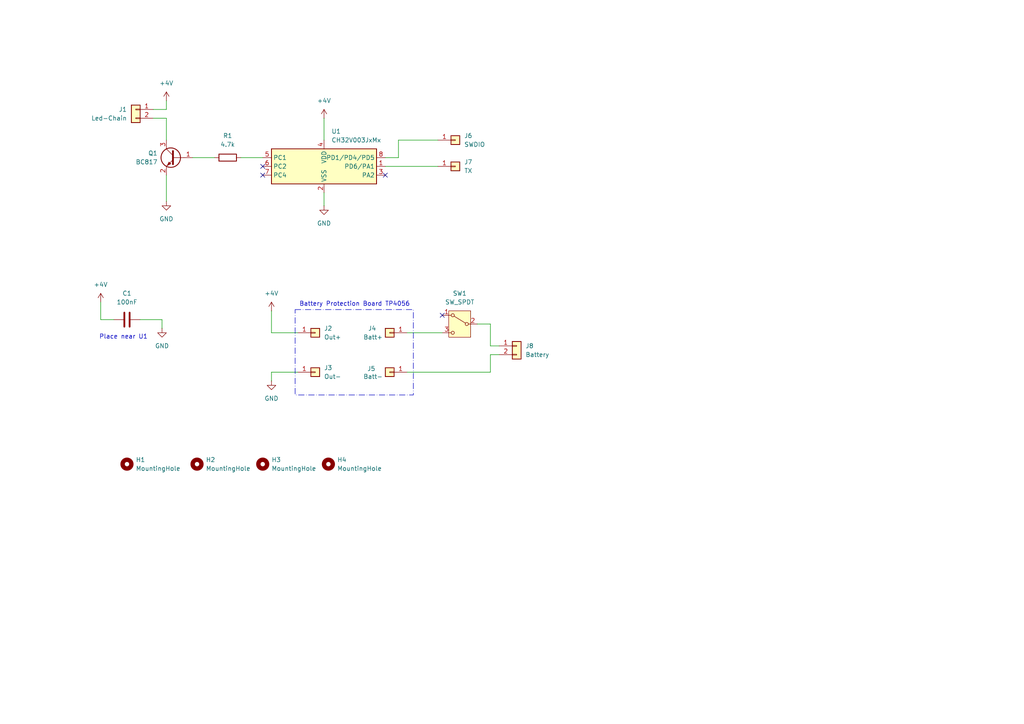
<source format=kicad_sch>
(kicad_sch (version 20250114) (generator "eeschema") (generator_version "9.0")
  (paper "A4")
  (lib_symbols
    (symbol "Connector_Generic:Conn_01x01" (pin_names (offset 1.016) (hide yes))
      (property "Reference" "J" (at 0 2.54 0))
      (property "Value" "Conn_01x01" (at 0 -2.54 0))
      (symbol "Conn_01x01_1_1"
        (rectangle (start -1.27 1.27) (end 1.27 -1.27) (stroke (width 0.254)) (fill (type background)))
        (rectangle (start -1.27 0.127) (end 0 -0.127) (stroke (width 0.1524)))
        (pin passive line (at -5.08 0 0) (length 3.81) (name "Pin_1") (number "1"))
      )
    )
    (symbol "Connector_Generic:Conn_01x02" (pin_names (offset 1.016) (hide yes))
      (property "Reference" "J" (at 0 2.54 0))
      (property "Value" "Conn_01x02" (at 0 -5.08 0))
      (symbol "Conn_01x02_1_1"
        (rectangle (start -1.27 1.27) (end 1.27 -3.81) (stroke (width 0.254)) (fill (type background)))
        (rectangle (start -1.27 0.127) (end 0 -0.127) (stroke (width 0.1524)))
        (rectangle (start -1.27 -2.413) (end 0 -2.667) (stroke (width 0.1524)))
        (pin passive line (at -5.08 0 0) (length 3.81) (name "Pin_1") (number "1"))
        (pin passive line (at -5.08 -2.54 0) (length 3.81) (name "Pin_2") (number "2"))
      )
    )
    (symbol "Device:C" (pin_numbers (hide yes)) (pin_names (offset 0.254))
      (property "Reference" "C" (at 0.635 2.54 0))
      (property "Value" "C" (at 0.635 -2.54 0))
      (symbol "C_0_1"
        (polyline (pts (xy -2.032 0.762) (xy 2.032 0.762)) (stroke (width 0.508)))
        (polyline (pts (xy -2.032 -0.762) (xy 2.032 -0.762)) (stroke (width 0.508)))
      )
      (symbol "C_1_1"
        (pin passive line (at 0 3.81 270) (length 2.794) (name "~") (number "1"))
        (pin passive line (at 0 -3.81 90) (length 2.794) (name "~") (number "2"))
      )
    )
    (symbol "Device:R" (pin_numbers (hide yes)) (pin_names (offset 0))
      (property "Reference" "R" (at 2.032 0 90))
      (property "Value" "R" (at 0 0 90))
      (symbol "R_0_1"
        (rectangle (start -1.016 -2.54) (end 1.016 2.54) (stroke (width 0.254)))
      )
      (symbol "R_1_1"
        (pin passive line (at 0 3.81 270) (length 1.27) (name "~") (number "1"))
        (pin passive line (at 0 -3.81 90) (length 1.27) (name "~") (number "2"))
      )
    )
    (symbol "MCU_WCH_CH32V0:CH32V003JxMx"
      (property "Reference" "U" (at -15.24 7.62 0))
      (property "Value" "CH32V003JxMx" (at 15.24 7.62 0))
      (symbol "CH32V003JxMx_1_1"
        (rectangle (start -15.24 5.08) (end 15.24 -5.08) (stroke (width 0.254)) (fill (type background)))
        (pin bidirectional line (at -17.78 2.54 0) (length 2.54) (name "PC1") (number "5"))
        (pin bidirectional line (at -17.78 0 0) (length 2.54) (name "PC2") (number "6"))
        (pin bidirectional line (at -17.78 -2.54 0) (length 2.54) (name "PC4") (number "7"))
        (pin power_in line (at 0 7.62 270) (length 2.54) (name "VDD") (number "4"))
        (pin power_in line (at 0 -7.62 90) (length 2.54) (name "VSS") (number "2"))
        (pin bidirectional line (at 17.78 2.54 180) (length 2.54) (name "PD1/PD4/PD5") (number "8"))
        (pin bidirectional line (at 17.78 0 180) (length 2.54) (name "PD6/PA1") (number "1"))
        (pin bidirectional line (at 17.78 -2.54 180) (length 2.54) (name "PA2") (number "3"))
      )
    )
    (symbol "Mechanical:MountingHole" (pin_names (offset 1.016)) (in_bom no)
      (property "Reference" "H" (at 0 5.08 0))
      (property "Value" "MountingHole" (at 0 3.175 0))
      (symbol "MountingHole_0_1"
        (circle (center 0 0) (radius 1.27) (stroke (width 1.27)))
      )
    )
    (symbol "Switch:SW_SPDT" (pin_names (offset 0) (hide yes))
      (property "Reference" "SW" (at 0 5.08 0))
      (property "Value" "SW_SPDT" (at 0 -5.08 0))
      (symbol "SW_SPDT_0_1"
        (circle (center -2.032 0) (radius 0.4572))
        (polyline (pts (xy -1.651 0.254) (xy 1.651 2.286)))
        (circle (center 2.032 2.54) (radius 0.4572))
        (circle (center 2.032 -2.54) (radius 0.4572))
      )
      (symbol "SW_SPDT_1_1"
        (rectangle (start -3.175 3.81) (end 3.175 -3.81) (fill (type background)))
        (pin passive line (at -5.08 0 0) (length 2.54) (name "B") (number "2"))
        (pin passive line (at 5.08 2.54 180) (length 2.54) (name "A") (number "1"))
        (pin passive line (at 5.08 -2.54 180) (length 2.54) (name "C") (number "3"))
      )
    )
    (symbol "Transistor_BJT:BC817" (pin_names (offset 0) (hide yes))
      (property "Reference" "Q" (at 5.08 1.905 0))
      (property "Value" "BC817" (at 5.08 0 0))
      (symbol "BC817_0_1"
        (polyline (pts (xy -2.54 0) (xy 0.635 0)))
        (polyline (pts (xy 0.635 1.905) (xy 0.635 -1.905)) (stroke (width 0.508)))
        (circle (center 1.27 0) (radius 2.8194) (stroke (width 0.254)))
      )
      (symbol "BC817_1_1"
        (polyline (pts (xy 0.635 0.635) (xy 2.54 2.54)))
        (polyline (pts (xy 0.635 -0.635) (xy 2.54 -2.54)))
        (polyline (pts (xy 1.27 -1.778) (xy 1.778 -1.27) (xy 2.286 -2.286) (xy 1.27 -1.778)) (fill (type outline)))
        (pin input line (at -5.08 0 0) (length 2.54) (name "B") (number "1"))
        (pin passive line (at 2.54 5.08 270) (length 2.54) (name "C") (number "3"))
        (pin passive line (at 2.54 -5.08 90) (length 2.54) (name "E") (number "2"))
      )
    )
    (symbol "power:+4V" (power) (pin_numbers (hide yes)) (pin_names (offset 0) (hide yes))
      (property "Value" "+4V" (at 0 3.556 0))
      (symbol "+4V_0_1"
        (polyline (pts (xy -0.762 1.27) (xy 0 2.54)))
        (polyline (pts (xy 0 2.54) (xy 0.762 1.27)))
        (polyline (pts (xy 0 0) (xy 0 2.54)))
      )
      (symbol "+4V_1_1"
        (pin power_in line (at 0 0 90) (length 0) (name "~") (number "1"))
      )
    )
    (symbol "power:GND" (power) (pin_numbers (hide yes)) (pin_names (offset 0) (hide yes))
      (property "Value" "GND" (at 0 -3.81 0))
      (symbol "GND_0_1"
        (polyline (pts (xy 0 0) (xy 0 -1.27) (xy 1.27 -1.27) (xy 0 -2.54) (xy -1.27 -1.27) (xy 0 -1.27)))
      )
      (symbol "GND_1_1"
        (pin power_in line (at 0 0 270) (length 0) (name "~") (number "1"))
      )
    )
  )
  (rectangle (start 85.598 89.789) (end 119.888 114.554) (stroke (width 0) (type dash_dot)))
  (text "Place near U1" (at 35.814 97.79 0) (effects (font (size 1.27 1.27))))
  (text "Battery Protection Board TP4056" (at 102.87 88.265 0) (effects (font (size 1.27 1.27))))
  (no_connect (at 111.76 50.8))
  (no_connect (at 76.2 50.8))
  (no_connect (at 128.27 91.44))
  (no_connect (at 76.2 48.26))
  (wire (pts (xy 118.11 107.95) (xy 142.24 107.95)))
  (wire (pts (xy 111.76 45.72) (xy 115.57 45.72)))
  (wire (pts (xy 44.45 34.29) (xy 48.26 34.29)))
  (wire (pts (xy 29.21 92.71) (xy 33.02 92.71)))
  (wire (pts (xy 69.85 45.72) (xy 76.2 45.72)))
  (wire (pts (xy 48.26 34.29) (xy 48.26 40.64)))
  (wire (pts (xy 142.24 100.33) (xy 144.78 100.33)))
  (wire (pts (xy 93.98 55.88) (xy 93.98 59.69)))
  (wire (pts (xy 48.26 50.8) (xy 48.26 58.42)))
  (wire (pts (xy 29.21 87.63) (xy 29.21 92.71)))
  (wire (pts (xy 118.11 96.52) (xy 128.27 96.52)))
  (wire (pts (xy 55.88 45.72) (xy 62.23 45.72)))
  (wire (pts (xy 44.45 31.75) (xy 48.26 31.75)))
  (wire (pts (xy 86.36 107.95) (xy 78.74 107.95)))
  (wire (pts (xy 142.24 102.87) (xy 144.78 102.87)))
  (wire (pts (xy 138.43 93.98) (xy 142.24 93.98)))
  (wire (pts (xy 111.76 48.26) (xy 127 48.26)))
  (wire (pts (xy 46.99 92.71) (xy 46.99 95.25)))
  (wire (pts (xy 86.36 96.52) (xy 78.74 96.52)))
  (wire (pts (xy 48.26 31.75) (xy 48.26 29.21)))
  (wire (pts (xy 40.64 92.71) (xy 46.99 92.71)))
  (wire (pts (xy 142.24 107.95) (xy 142.24 102.87)))
  (wire (pts (xy 142.24 93.98) (xy 142.24 100.33)))
  (wire (pts (xy 115.57 40.64) (xy 115.57 45.72)))
  (wire (pts (xy 93.98 34.29) (xy 93.98 40.64)))
  (wire (pts (xy 78.74 107.95) (xy 78.74 110.49)))
  (wire (pts (xy 78.74 96.52) (xy 78.74 90.17)))
  (wire (pts (xy 115.57 40.64) (xy 127 40.64)))
  (symbol (lib_id "Connector_Generic:Conn_01x01") (at 113.03 96.52 180) (unit 1)
    (property "Reference" "J4" (at 107.95 95.25 0))
    (property "Value" "Batt+" (at 108.204 97.79 0))
    (property "Footprint" "Connector_PinHeader_1.00mm:PinHeader_1x01_P1.00mm_Vertical" (effects (hide yes)))
    (property "Description" "Generic connector, single row, 01x01, script generated (kicad-library-utils/schlib/autogen/connector/)" (effects (hide yes)))
  )
  (symbol (lib_id "power:GND") (at 78.74 110.49 0) (unit 1)
    (property "Reference" "#PWR06" (effects (hide yes)))
    (property "Value" "GND" (at 78.74 115.57 0))
    (property "Description" "Power symbol creates a global label with name \"GND\" , ground" (effects (hide yes)))
  )
  (symbol (lib_id "Connector_Generic:Conn_01x02") (at 149.86 100.33 0) (unit 1)
    (property "Reference" "J8" (at 152.4 100.3299 0) (effects (justify left)))
    (property "Value" "Battery" (at 152.4 102.8699 0) (effects (justify left)))
    (property "Footprint" "Connector_Molex:Molex_KK-396_A-41792-0002_1x02_P3.96mm_Horizontal" (effects (hide yes)))
    (property "Description" "Generic connector, single row, 01x02, script generated (kicad-library-utils/schlib/autogen/connector/)" (effects (hide yes)))
  )
  (symbol (lib_id "power:GND") (at 93.98 59.69 0) (unit 1)
    (property "Reference" "#PWR08" (effects (hide yes)))
    (property "Value" "GND" (at 93.98 64.77 0))
    (property "Description" "Power symbol creates a global label with name \"GND\" , ground" (effects (hide yes)))
  )
  (symbol (lib_id "power:GND") (at 46.99 95.25 0) (unit 1)
    (property "Reference" "#PWR02" (effects (hide yes)))
    (property "Value" "GND" (at 46.99 100.33 0))
    (property "Description" "Power symbol creates a global label with name \"GND\" , ground" (effects (hide yes)))
  )
  (symbol (lib_id "Connector_Generic:Conn_01x01") (at 132.08 40.64 0) (unit 1)
    (property "Reference" "J6" (at 134.62 39.3699 0) (effects (justify left)))
    (property "Value" "SWDIO" (at 134.62 41.9099 0) (effects (justify left)))
    (property "Footprint" "Connector_PinHeader_1.00mm:PinHeader_1x01_P1.00mm_Vertical" (effects (hide yes)))
    (property "Description" "Generic connector, single row, 01x01, script generated (kicad-library-utils/schlib/autogen/connector/)" (effects (hide yes)))
  )
  (symbol (lib_id "MCU_WCH_CH32V0:CH32V003JxMx") (at 93.98 48.26 0) (unit 1)
    (property "Reference" "U1" (at 96.1233 38.1 0) (effects (justify left)))
    (property "Value" "CH32V003JxMx" (at 96.1233 40.64 0) (effects (justify left)))
    (property "Footprint" "Package_DIP:DIP-8_W7.62mm" (effects (hide yes)))
    (property "Datasheet" "https://www.wch-ic.com/products/CH32V003.html" (effects (hide yes)))
    (property "Description" "CH32V003 series are industrial-grade general-purpose microcontrollers designed based on 32-bit RISC-V instruction set and architecture. It adopts QingKe V2A core, RV32EC instruction set, and supports 2 levels of interrupt nesting. The series are mounted with rich peripheral interfaces and function modules. Its internal organizational structure meets the low-cost and low-power embedded application scenarios. JEITA SOIC-8 (SOP-8)" (effects (hide yes)))
  )
  (symbol (lib_id "power:+4V") (at 29.21 87.63 0) (unit 1)
    (property "Reference" "#PWR01" (effects (hide yes)))
    (property "Value" "+4V" (at 29.21 82.55 0))
    (property "Description" "Power symbol creates a global label with name \"+4V\"" (effects (hide yes)))
  )
  (symbol (lib_id "Connector_Generic:Conn_01x01") (at 132.08 48.26 0) (unit 1)
    (property "Reference" "J7" (at 134.62 46.9899 0) (effects (justify left)))
    (property "Value" "TX" (at 134.62 49.5299 0) (effects (justify left)))
    (property "Footprint" "Connector_PinHeader_1.00mm:PinHeader_1x01_P1.00mm_Vertical" (effects (hide yes)))
    (property "Description" "Generic connector, single row, 01x01, script generated (kicad-library-utils/schlib/autogen/connector/)" (effects (hide yes)))
  )
  (symbol (lib_id "power:+4V") (at 48.26 29.21 0) (unit 1)
    (property "Reference" "#PWR03" (effects (hide yes)))
    (property "Value" "+4V" (at 48.26 24.13 0))
    (property "Description" "Power symbol creates a global label with name \"+4V\"" (effects (hide yes)))
  )
  (symbol (lib_id "Connector_Generic:Conn_01x01") (at 91.44 107.95 0) (unit 1)
    (property "Reference" "J3" (at 93.98 106.6799 0) (effects (justify left)))
    (property "Value" "Out-" (at 93.98 109.2199 0) (effects (justify left)))
    (property "Footprint" "Connector_PinHeader_1.00mm:PinHeader_1x01_P1.00mm_Vertical" (effects (hide yes)))
    (property "Description" "Generic connector, single row, 01x01, script generated (kicad-library-utils/schlib/autogen/connector/)" (effects (hide yes)))
  )
  (symbol (lib_id "Device:C") (at 36.83 92.71 90) (unit 1)
    (property "Reference" "C1" (at 36.83 85.09 90))
    (property "Value" "100nF" (at 36.83 87.63 90))
    (property "Footprint" "Capacitor_SMD:C_1210_3225Metric_Pad1.33x2.70mm_HandSolder" (effects (hide yes)))
    (property "Description" "Unpolarized capacitor" (effects (hide yes)))
  )
  (symbol (lib_id "power:+4V") (at 93.98 34.29 0) (unit 1)
    (property "Reference" "#PWR07" (effects (hide yes)))
    (property "Value" "+4V" (at 93.98 29.21 0))
    (property "Description" "Power symbol creates a global label with name \"+4V\"" (effects (hide yes)))
  )
  (symbol (lib_id "Mechanical:MountingHole") (at 76.2 134.62 0) (unit 1) (in_bom no)
    (property "Reference" "H3" (at 78.74 133.3499 0) (effects (justify left)))
    (property "Value" "MountingHole" (at 78.74 135.8899 0) (effects (justify left)))
    (property "Footprint" "MountingHole:MountingHole_2.2mm_M2" (effects (hide yes)))
    (property "Description" "Mounting Hole without connection" (effects (hide yes)))
  )
  (symbol (lib_id "Connector_Generic:Conn_01x01") (at 91.44 96.52 0) (unit 1)
    (property "Reference" "J2" (at 93.98 95.2499 0) (effects (justify left)))
    (property "Value" "Out+" (at 93.98 97.7899 0) (effects (justify left)))
    (property "Footprint" "Connector_PinHeader_1.00mm:PinHeader_1x01_P1.00mm_Vertical" (effects (hide yes)))
    (property "Description" "Generic connector, single row, 01x01, script generated (kicad-library-utils/schlib/autogen/connector/)" (effects (hide yes)))
  )
  (symbol (lib_id "Device:R") (at 66.04 45.72 90) (unit 1)
    (property "Reference" "R1" (at 66.04 39.37 90))
    (property "Value" "4.7k" (at 66.04 41.91 90))
    (property "Footprint" "Resistor_SMD:R_0805_2012Metric_Pad1.20x1.40mm_HandSolder" (effects (hide yes)))
    (property "Description" "Resistor" (effects (hide yes)))
  )
  (symbol (lib_id "Mechanical:MountingHole") (at 95.25 134.62 0) (unit 1) (in_bom no)
    (property "Reference" "H4" (at 97.79 133.3499 0) (effects (justify left)))
    (property "Value" "MountingHole" (at 97.79 135.8899 0) (effects (justify left)))
    (property "Footprint" "MountingHole:MountingHole_2.2mm_M2" (effects (hide yes)))
    (property "Description" "Mounting Hole without connection" (effects (hide yes)))
  )
  (symbol (lib_id "power:+4V") (at 78.74 90.17 0) (unit 1)
    (property "Reference" "#PWR05" (effects (hide yes)))
    (property "Value" "+4V" (at 78.74 85.09 0))
    (property "Description" "Power symbol creates a global label with name \"+4V\"" (effects (hide yes)))
  )
  (symbol (lib_id "Connector_Generic:Conn_01x01") (at 113.03 107.95 180) (unit 1)
    (property "Reference" "J5" (at 107.696 106.934 0))
    (property "Value" "Batt-" (at 108.204 109.22 0))
    (property "Footprint" "Connector_PinHeader_1.00mm:PinHeader_1x01_P1.00mm_Vertical" (effects (hide yes)))
    (property "Description" "Generic connector, single row, 01x01, script generated (kicad-library-utils/schlib/autogen/connector/)" (effects (hide yes)))
  )
  (symbol (lib_id "Mechanical:MountingHole") (at 36.83 134.62 0) (unit 1) (in_bom no)
    (property "Reference" "H1" (at 39.37 133.3499 0) (effects (justify left)))
    (property "Value" "MountingHole" (at 39.37 135.8899 0) (effects (justify left)))
    (property "Footprint" "MountingHole:MountingHole_2.2mm_M2" (effects (hide yes)))
    (property "Description" "Mounting Hole without connection" (effects (hide yes)))
  )
  (symbol (lib_id "power:GND") (at 48.26 58.42 0) (unit 1)
    (property "Reference" "#PWR04" (effects (hide yes)))
    (property "Value" "GND" (at 48.26 63.5 0))
    (property "Description" "Power symbol creates a global label with name \"GND\" , ground" (effects (hide yes)))
  )
  (symbol (lib_id "Transistor_BJT:BC817") (at 50.8 45.72 0) (mirror y) (unit 1)
    (property "Reference" "Q1" (at 45.72 44.4499 0) (effects (justify left)))
    (property "Value" "BC817" (at 45.72 46.9899 0) (effects (justify left)))
    (property "Footprint" "Package_TO_SOT_SMD:SOT-23" (effects (hide yes)))
    (property "Datasheet" "https://www.onsemi.com/pub/Collateral/BC818-D.pdf" (effects (hide yes)))
    (property "Description" "0.8A Ic, 45V Vce, NPN Transistor, SOT-23" (effects (hide yes)))
  )
  (symbol (lib_id "Switch:SW_SPDT") (at 133.35 93.98 0) (mirror y) (unit 1)
    (property "Reference" "SW1" (at 133.35 85.09 0))
    (property "Value" "SW_SPDT" (at 133.35 87.63 0))
    (property "Footprint" "Connector_PinHeader_2.54mm:PinHeader_1x03_P2.54mm_Vertical" (effects (hide yes)))
    (property "Description" "Switch, single pole double throw" (effects (hide yes)))
  )
  (symbol (lib_id "Mechanical:MountingHole") (at 57.15 134.62 0) (unit 1) (in_bom no)
    (property "Reference" "H2" (at 59.69 133.3499 0) (effects (justify left)))
    (property "Value" "MountingHole" (at 59.69 135.8899 0) (effects (justify left)))
    (property "Footprint" "MountingHole:MountingHole_2.2mm_M2" (effects (hide yes)))
    (property "Description" "Mounting Hole without connection" (effects (hide yes)))
  )
  (symbol (lib_id "Connector_Generic:Conn_01x02") (at 39.37 31.75 0) (mirror y) (unit 1)
    (property "Reference" "J1" (at 36.83 31.7499 0) (effects (justify left)))
    (property "Value" "Led-Chain" (at 36.83 34.2899 0) (effects (justify left)))
    (property "Footprint" "Connector_PinHeader_2.54mm:PinHeader_1x02_P2.54mm_Vertical" (effects (hide yes)))
    (property "Description" "Generic connector, single row, 01x02, script generated (kicad-library-utils/schlib/autogen/connector/)" (effects (hide yes)))
  )
)
</source>
